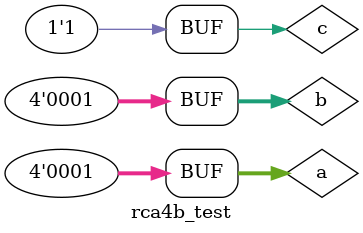
<source format=v>
module rca4b_test;

	// Inputs
	reg [3:0] a;
	reg [3:0] b;
	reg c;

	// Outputs
	wire [3:0] s;
	wire co;

	// Instantiate the Unit Under Test (UUT)
	rca4b uut (
		.a(a), 
		.b(b), 
		.c(c), 
		.s(s), 
		.co(co)
	);

	initial begin
		// Initialize Inputs
		a = 0;
		b = 0;
		c = 0;

		// Wait 100 ns for global reset to finish
		#100 a = 0;b = 0;c=1;
		#100 a = 0;b = 1;c=0;
		#100 a = 0;b = 1;c=1;
		#100 a = 1;b = 0;c=0;
		#100 a = 1;b = 0;c=1;
		#100 a = 1;b = 1;c=0;
		#100 a = 1;b = 1;c=1;
        
		// Add stimulus here

	end
      
endmodule

</source>
